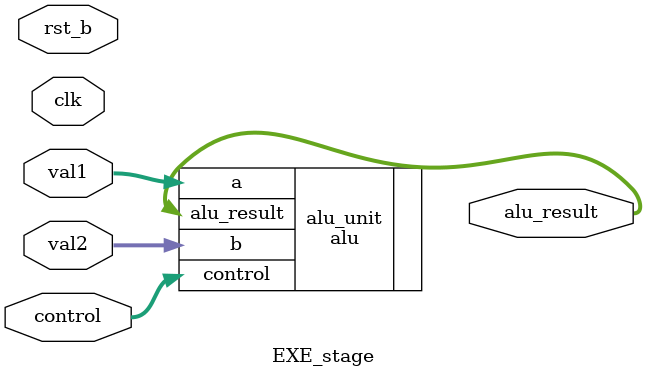
<source format=sv>
module EXE_stage (
    // outputs
    alu_result,
    // inputs
    val1,
    val2,
    control,
    clk,
    rst_b
);

    input [31:0] val1;
    input [31:0] val2;
    input [3:0]  control;
    input clk, rst_b;

    output [31:0] alu_result;

    alu alu_unit(
        // outputs
        .alu_result(alu_result),
        // inputs
        .a(val1), 
        .b(val2),
        .control(control)
    );
    
    integer clk_count;

    always_ff @(posedge clk, negedge rst_b) begin
        if(!rst_b )
            clk_count <= 0;
        else begin
            // // $display("-----------------EXE stage(%d)-------------------", clk_count);
            // // $display("val1= %b", val1);
            // // $display("val2= %b", val2);
            // // $display("control= %b", control);
            // // $display("alu_result=%b",alu_result);            
            clk_count <= clk_count + 1;
        end
    end
    
endmodule
</source>
